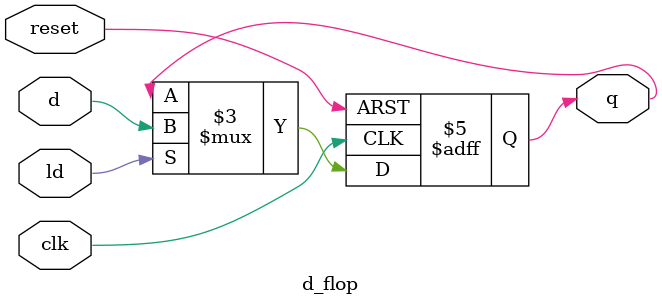
<source format=v>
`timescale 1ns / 1ps
module d_flop(d, q, reset, clk, ld);
    input d, reset, clk, ld;
    output reg q;
    
    always @ (posedge clk or posedge reset) begin
        if (reset) q <= 1'b0; 
        else begin
            if(ld) q <= d;
            else   q <= q;
        end
    end
endmodule

</source>
